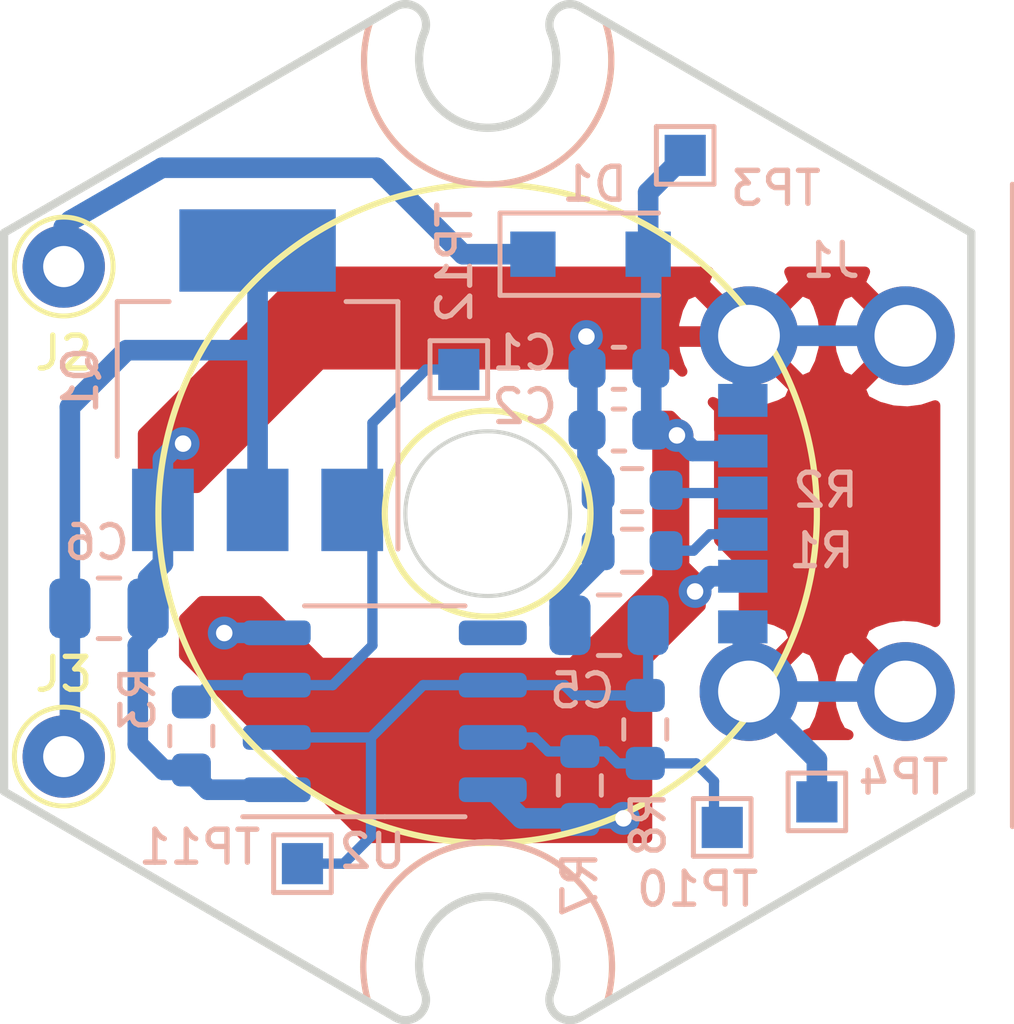
<source format=kicad_pcb>
(kicad_pcb (version 20171130) (host pcbnew "(5.1.10)-1")

  (general
    (thickness 1.6)
    (drawings 21)
    (tracks 119)
    (zones 0)
    (modules 20)
    (nets 10)
  )

  (page A4)
  (layers
    (0 F.Cu signal)
    (31 B.Cu signal)
    (32 B.Adhes user hide)
    (33 F.Adhes user hide)
    (34 B.Paste user hide)
    (35 F.Paste user hide)
    (36 B.SilkS user)
    (37 F.SilkS user hide)
    (38 B.Mask user hide)
    (39 F.Mask user hide)
    (40 Dwgs.User user hide)
    (41 Cmts.User user hide)
    (42 Eco1.User user hide)
    (43 Eco2.User user hide)
    (44 Edge.Cuts user)
    (45 Margin user hide)
    (46 B.CrtYd user)
    (47 F.CrtYd user hide)
    (48 B.Fab user hide)
    (49 F.Fab user hide)
  )

  (setup
    (last_trace_width 0.25)
    (trace_clearance 0.2)
    (zone_clearance 0.508)
    (zone_45_only no)
    (trace_min 0.2)
    (via_size 0.8)
    (via_drill 0.4)
    (via_min_size 0.4)
    (via_min_drill 0.3)
    (uvia_size 0.3)
    (uvia_drill 0.1)
    (uvias_allowed no)
    (uvia_min_size 0.2)
    (uvia_min_drill 0.1)
    (edge_width 0.05)
    (segment_width 0.2)
    (pcb_text_width 0.3)
    (pcb_text_size 1.5 1.5)
    (mod_edge_width 0.12)
    (mod_text_size 1 1)
    (mod_text_width 0.15)
    (pad_size 1.524 1.524)
    (pad_drill 0.762)
    (pad_to_mask_clearance 0)
    (aux_axis_origin 0 0)
    (visible_elements 7FFFFFFF)
    (pcbplotparams
      (layerselection 0x010fc_ffffffff)
      (usegerberextensions false)
      (usegerberattributes true)
      (usegerberadvancedattributes true)
      (creategerberjobfile true)
      (excludeedgelayer true)
      (linewidth 0.100000)
      (plotframeref false)
      (viasonmask false)
      (mode 1)
      (useauxorigin false)
      (hpglpennumber 1)
      (hpglpenspeed 20)
      (hpglpendiameter 15.000000)
      (psnegative false)
      (psa4output false)
      (plotreference true)
      (plotvalue true)
      (plotinvisibletext false)
      (padsonsilk false)
      (subtractmaskfromsilk false)
      (outputformat 1)
      (mirror false)
      (drillshape 0)
      (scaleselection 1)
      (outputdirectory "Gerbers/"))
  )

  (net 0 "")
  (net 1 GND)
  (net 2 VBUS)
  (net 3 VD)
  (net 4 "Net-(C5-Pad1)")
  (net 5 "Net-(C6-Pad1)")
  (net 6 "Net-(J1-PadB5)")
  (net 7 "Net-(J1-PadA5)")
  (net 8 "Net-(Q1-Pad1)")
  (net 9 "Net-(R7-Pad1)")

  (net_class Default "This is the default net class."
    (clearance 0.2)
    (trace_width 0.25)
    (via_dia 0.8)
    (via_drill 0.4)
    (uvia_dia 0.3)
    (uvia_drill 0.1)
    (add_net "Net-(C5-Pad1)")
    (add_net "Net-(J1-PadA5)")
    (add_net "Net-(J1-PadB5)")
    (add_net "Net-(Q1-Pad1)")
    (add_net "Net-(R7-Pad1)")
  )

  (net_class Power ""
    (clearance 0.2)
    (trace_width 0.5)
    (via_dia 0.8)
    (via_drill 0.4)
    (uvia_dia 0.3)
    (uvia_drill 0.1)
    (add_net GND)
    (add_net "Net-(C6-Pad1)")
    (add_net VBUS)
    (add_net VD)
  )

  (module Resistor_SMD:R_0603_1608Metric (layer B.Cu) (tedit 5F68FEEE) (tstamp 60AD6ED4)
    (at 153.83 105.24 270)
    (descr "Resistor SMD 0603 (1608 Metric), square (rectangular) end terminal, IPC_7351 nominal, (Body size source: IPC-SM-782 page 72, https://www.pcb-3d.com/wordpress/wp-content/uploads/ipc-sm-782a_amendment_1_and_2.pdf), generated with kicad-footprint-generator")
    (tags resistor)
    (path /60AF063A)
    (attr smd)
    (fp_text reference R8 (at 2.3 -0.07 90) (layer B.SilkS)
      (effects (font (size 0.8 0.8) (thickness 0.13)) (justify mirror))
    )
    (fp_text value "1k 1%" (at 0 -1.43 90) (layer B.Fab)
      (effects (font (size 0.8 0.8) (thickness 0.13)) (justify mirror))
    )
    (fp_line (start 1.48 -0.73) (end -1.48 -0.73) (layer B.CrtYd) (width 0.05))
    (fp_line (start 1.48 0.73) (end 1.48 -0.73) (layer B.CrtYd) (width 0.05))
    (fp_line (start -1.48 0.73) (end 1.48 0.73) (layer B.CrtYd) (width 0.05))
    (fp_line (start -1.48 -0.73) (end -1.48 0.73) (layer B.CrtYd) (width 0.05))
    (fp_line (start -0.237258 -0.5225) (end 0.237258 -0.5225) (layer B.SilkS) (width 0.12))
    (fp_line (start -0.237258 0.5225) (end 0.237258 0.5225) (layer B.SilkS) (width 0.12))
    (fp_line (start 0.8 -0.4125) (end -0.8 -0.4125) (layer B.Fab) (width 0.1))
    (fp_line (start 0.8 0.4125) (end 0.8 -0.4125) (layer B.Fab) (width 0.1))
    (fp_line (start -0.8 0.4125) (end 0.8 0.4125) (layer B.Fab) (width 0.1))
    (fp_line (start -0.8 -0.4125) (end -0.8 0.4125) (layer B.Fab) (width 0.1))
    (fp_text user %R (at 0 0 90) (layer B.Fab)
      (effects (font (size 0.8 0.8) (thickness 0.13)) (justify mirror))
    )
    (pad 2 smd roundrect (at 0.825 0 270) (size 0.8 0.95) (layers B.Cu B.Paste B.Mask) (roundrect_rratio 0.25)
      (net 9 "Net-(R7-Pad1)"))
    (pad 1 smd roundrect (at -0.825 0 270) (size 0.8 0.95) (layers B.Cu B.Paste B.Mask) (roundrect_rratio 0.25)
      (net 4 "Net-(C5-Pad1)"))
    (model ${KISYS3DMOD}/Resistor_SMD.3dshapes/R_0603_1608Metric.wrl
      (at (xyz 0 0 0))
      (scale (xyz 1 1 1))
      (rotate (xyz 0 0 0))
    )
  )

  (module TestPoint:TestPoint_Pad_1.0x1.0mm (layer B.Cu) (tedit 5A0F774F) (tstamp 615C1D79)
    (at 149.3 96.5)
    (descr "SMD rectangular pad as test Point, square 1.0mm side length")
    (tags "test point SMD pad rectangle square")
    (path /60B2DE42)
    (attr virtual)
    (fp_text reference TP12 (at -0.1 -2.6 90) (layer B.SilkS)
      (effects (font (size 0.8 0.8) (thickness 0.13)) (justify mirror))
    )
    (fp_text value TestPoint_Small (at 0 -1.55) (layer B.Fab)
      (effects (font (size 0.8 0.8) (thickness 0.13)) (justify mirror))
    )
    (fp_line (start 1 -1) (end -1 -1) (layer B.CrtYd) (width 0.05))
    (fp_line (start 1 -1) (end 1 1) (layer B.CrtYd) (width 0.05))
    (fp_line (start -1 1) (end -1 -1) (layer B.CrtYd) (width 0.05))
    (fp_line (start -1 1) (end 1 1) (layer B.CrtYd) (width 0.05))
    (fp_line (start -0.7 -0.7) (end -0.7 0.7) (layer B.SilkS) (width 0.12))
    (fp_line (start 0.7 -0.7) (end -0.7 -0.7) (layer B.SilkS) (width 0.12))
    (fp_line (start 0.7 0.7) (end 0.7 -0.7) (layer B.SilkS) (width 0.12))
    (fp_line (start -0.7 0.7) (end 0.7 0.7) (layer B.SilkS) (width 0.12))
    (fp_text user %R (at 0 1.45) (layer B.Fab)
      (effects (font (size 0.8 0.8) (thickness 0.13)) (justify mirror))
    )
    (pad 1 smd rect (at 0 0) (size 1 1) (layers B.Cu B.Mask)
      (net 8 "Net-(Q1-Pad1)"))
  )

  (module TestPoint:TestPoint_Pad_1.0x1.0mm (layer B.Cu) (tedit 5A0F774F) (tstamp 615C1D6B)
    (at 145.5 108.5)
    (descr "SMD rectangular pad as test Point, square 1.0mm side length")
    (tags "test point SMD pad rectangle square")
    (path /60CC8435)
    (attr virtual)
    (fp_text reference TP11 (at -2.5 -0.4 180) (layer B.SilkS)
      (effects (font (size 0.8 0.8) (thickness 0.13)) (justify mirror))
    )
    (fp_text value TestPoint_Small (at 0 -1.55) (layer B.Fab)
      (effects (font (size 0.8 0.8) (thickness 0.13)) (justify mirror))
    )
    (fp_line (start 1 -1) (end -1 -1) (layer B.CrtYd) (width 0.05))
    (fp_line (start 1 -1) (end 1 1) (layer B.CrtYd) (width 0.05))
    (fp_line (start -1 1) (end -1 -1) (layer B.CrtYd) (width 0.05))
    (fp_line (start -1 1) (end 1 1) (layer B.CrtYd) (width 0.05))
    (fp_line (start -0.7 -0.7) (end -0.7 0.7) (layer B.SilkS) (width 0.12))
    (fp_line (start 0.7 -0.7) (end -0.7 -0.7) (layer B.SilkS) (width 0.12))
    (fp_line (start 0.7 0.7) (end 0.7 -0.7) (layer B.SilkS) (width 0.12))
    (fp_line (start -0.7 0.7) (end 0.7 0.7) (layer B.SilkS) (width 0.12))
    (fp_text user %R (at 0 1.45) (layer B.Fab)
      (effects (font (size 0.8 0.8) (thickness 0.13)) (justify mirror))
    )
    (pad 1 smd rect (at 0 0) (size 1 1) (layers B.Cu B.Mask)
      (net 4 "Net-(C5-Pad1)"))
  )

  (module TestPoint:TestPoint_Pad_1.0x1.0mm (layer B.Cu) (tedit 5A0F774F) (tstamp 615C1D5D)
    (at 155.7 107.62)
    (descr "SMD rectangular pad as test Point, square 1.0mm side length")
    (tags "test point SMD pad rectangle square")
    (path /60CC7B8C)
    (attr virtual)
    (fp_text reference TP10 (at -0.6 1.5) (layer B.SilkS)
      (effects (font (size 0.8 0.8) (thickness 0.13)) (justify mirror))
    )
    (fp_text value TestPoint_Small (at 0 -1.55) (layer B.Fab)
      (effects (font (size 0.8 0.8) (thickness 0.13)) (justify mirror))
    )
    (fp_line (start 1 -1) (end -1 -1) (layer B.CrtYd) (width 0.05))
    (fp_line (start 1 -1) (end 1 1) (layer B.CrtYd) (width 0.05))
    (fp_line (start -1 1) (end -1 -1) (layer B.CrtYd) (width 0.05))
    (fp_line (start -1 1) (end 1 1) (layer B.CrtYd) (width 0.05))
    (fp_line (start -0.7 -0.7) (end -0.7 0.7) (layer B.SilkS) (width 0.12))
    (fp_line (start 0.7 -0.7) (end -0.7 -0.7) (layer B.SilkS) (width 0.12))
    (fp_line (start 0.7 0.7) (end 0.7 -0.7) (layer B.SilkS) (width 0.12))
    (fp_line (start -0.7 0.7) (end 0.7 0.7) (layer B.SilkS) (width 0.12))
    (fp_text user %R (at 0 1.45) (layer B.Fab)
      (effects (font (size 0.8 0.8) (thickness 0.13)) (justify mirror))
    )
    (pad 1 smd rect (at 0 0) (size 1 1) (layers B.Cu B.Mask)
      (net 9 "Net-(R7-Pad1)"))
  )

  (module TestPoint:TestPoint_Pad_1.0x1.0mm (layer B.Cu) (tedit 5A0F774F) (tstamp 615C1D4F)
    (at 158 107)
    (descr "SMD rectangular pad as test Point, square 1.0mm side length")
    (tags "test point SMD pad rectangle square")
    (path /60B27F6D)
    (attr virtual)
    (fp_text reference TP4 (at 2.1 -0.6) (layer B.SilkS)
      (effects (font (size 0.8 0.8) (thickness 0.13)) (justify mirror))
    )
    (fp_text value TestPoint_Small (at 0 -1.55) (layer B.Fab)
      (effects (font (size 0.8 0.8) (thickness 0.13)) (justify mirror))
    )
    (fp_line (start 1 -1) (end -1 -1) (layer B.CrtYd) (width 0.05))
    (fp_line (start 1 -1) (end 1 1) (layer B.CrtYd) (width 0.05))
    (fp_line (start -1 1) (end -1 -1) (layer B.CrtYd) (width 0.05))
    (fp_line (start -1 1) (end 1 1) (layer B.CrtYd) (width 0.05))
    (fp_line (start -0.7 -0.7) (end -0.7 0.7) (layer B.SilkS) (width 0.12))
    (fp_line (start 0.7 -0.7) (end -0.7 -0.7) (layer B.SilkS) (width 0.12))
    (fp_line (start 0.7 0.7) (end 0.7 -0.7) (layer B.SilkS) (width 0.12))
    (fp_line (start -0.7 0.7) (end 0.7 0.7) (layer B.SilkS) (width 0.12))
    (fp_text user %R (at 0 1.45) (layer B.Fab)
      (effects (font (size 0.8 0.8) (thickness 0.13)) (justify mirror))
    )
    (pad 1 smd rect (at 0 0) (size 1 1) (layers B.Cu B.Mask)
      (net 1 GND))
  )

  (module Package_SO:SOP-8_3.9x4.9mm_P1.27mm (layer B.Cu) (tedit 5D9F72B1) (tstamp 615C127A)
    (at 147.5 104.8)
    (descr "SOP, 8 Pin (http://www.macronix.com/Lists/Datasheet/Attachments/7534/MX25R3235F,%20Wide%20Range,%2032Mb,%20v1.6.pdf#page=79), generated with kicad-footprint-generator ipc_gullwing_generator.py")
    (tags "SOP SO")
    (path /60AD080A)
    (attr smd)
    (fp_text reference U2 (at -0.3 3.4) (layer B.SilkS)
      (effects (font (size 0.8 0.8) (thickness 0.13)) (justify mirror))
    )
    (fp_text value NE551D (at 0 -3.4) (layer B.Fab)
      (effects (font (size 0.8 0.8) (thickness 0.13)) (justify mirror))
    )
    (fp_line (start 3.7 2.7) (end -3.7 2.7) (layer B.CrtYd) (width 0.05))
    (fp_line (start 3.7 -2.7) (end 3.7 2.7) (layer B.CrtYd) (width 0.05))
    (fp_line (start -3.7 -2.7) (end 3.7 -2.7) (layer B.CrtYd) (width 0.05))
    (fp_line (start -3.7 2.7) (end -3.7 -2.7) (layer B.CrtYd) (width 0.05))
    (fp_line (start -1.95 1.475) (end -0.975 2.45) (layer B.Fab) (width 0.1))
    (fp_line (start -1.95 -2.45) (end -1.95 1.475) (layer B.Fab) (width 0.1))
    (fp_line (start 1.95 -2.45) (end -1.95 -2.45) (layer B.Fab) (width 0.1))
    (fp_line (start 1.95 2.45) (end 1.95 -2.45) (layer B.Fab) (width 0.1))
    (fp_line (start -0.975 2.45) (end 1.95 2.45) (layer B.Fab) (width 0.1))
    (fp_line (start 0 2.56) (end -3.45 2.56) (layer B.SilkS) (width 0.12))
    (fp_line (start 0 2.56) (end 1.95 2.56) (layer B.SilkS) (width 0.12))
    (fp_line (start 0 -2.56) (end -1.95 -2.56) (layer B.SilkS) (width 0.12))
    (fp_line (start 0 -2.56) (end 1.95 -2.56) (layer B.SilkS) (width 0.12))
    (fp_text user %R (at 0 0) (layer B.Fab)
      (effects (font (size 0.8 0.8) (thickness 0.13)) (justify mirror))
    )
    (pad 8 smd roundrect (at 2.625 1.905) (size 1.65 0.6) (layers B.Cu B.Paste B.Mask) (roundrect_rratio 0.25)
      (net 2 VBUS))
    (pad 7 smd roundrect (at 2.625 0.635) (size 1.65 0.6) (layers B.Cu B.Paste B.Mask) (roundrect_rratio 0.25)
      (net 9 "Net-(R7-Pad1)"))
    (pad 6 smd roundrect (at 2.625 -0.635) (size 1.65 0.6) (layers B.Cu B.Paste B.Mask) (roundrect_rratio 0.25)
      (net 4 "Net-(C5-Pad1)"))
    (pad 5 smd roundrect (at 2.625 -1.905) (size 1.65 0.6) (layers B.Cu B.Paste B.Mask) (roundrect_rratio 0.25))
    (pad 4 smd roundrect (at -2.625 -1.905) (size 1.65 0.6) (layers B.Cu B.Paste B.Mask) (roundrect_rratio 0.25)
      (net 2 VBUS))
    (pad 3 smd roundrect (at -2.625 -0.635) (size 1.65 0.6) (layers B.Cu B.Paste B.Mask) (roundrect_rratio 0.25)
      (net 8 "Net-(Q1-Pad1)"))
    (pad 2 smd roundrect (at -2.625 0.635) (size 1.65 0.6) (layers B.Cu B.Paste B.Mask) (roundrect_rratio 0.25)
      (net 4 "Net-(C5-Pad1)"))
    (pad 1 smd roundrect (at -2.625 1.905) (size 1.65 0.6) (layers B.Cu B.Paste B.Mask) (roundrect_rratio 0.25)
      (net 1 GND))
    (model ${KISYS3DMOD}/Package_SO.3dshapes/SOP-8_3.9x4.9mm_P1.27mm.wrl
      (at (xyz 0 0 0))
      (scale (xyz 1 1 1))
      (rotate (xyz 0 0 0))
    )
  )

  (module Resistor_SMD:R_0603_1608Metric (layer B.Cu) (tedit 5F68FEEE) (tstamp 60AD6EC3)
    (at 152.24 106.6 270)
    (descr "Resistor SMD 0603 (1608 Metric), square (rectangular) end terminal, IPC_7351 nominal, (Body size source: IPC-SM-782 page 72, https://www.pcb-3d.com/wordpress/wp-content/uploads/ipc-sm-782a_amendment_1_and_2.pdf), generated with kicad-footprint-generator")
    (tags resistor)
    (path /60AEF9E1)
    (attr smd)
    (fp_text reference R7 (at 2.4 0 90) (layer B.SilkS)
      (effects (font (size 0.8 0.8) (thickness 0.13)) (justify mirror))
    )
    (fp_text value "1k 1%" (at 0 -1.43 90) (layer B.Fab)
      (effects (font (size 0.8 0.8) (thickness 0.13)) (justify mirror))
    )
    (fp_line (start 1.48 -0.73) (end -1.48 -0.73) (layer B.CrtYd) (width 0.05))
    (fp_line (start 1.48 0.73) (end 1.48 -0.73) (layer B.CrtYd) (width 0.05))
    (fp_line (start -1.48 0.73) (end 1.48 0.73) (layer B.CrtYd) (width 0.05))
    (fp_line (start -1.48 -0.73) (end -1.48 0.73) (layer B.CrtYd) (width 0.05))
    (fp_line (start -0.237258 -0.5225) (end 0.237258 -0.5225) (layer B.SilkS) (width 0.12))
    (fp_line (start -0.237258 0.5225) (end 0.237258 0.5225) (layer B.SilkS) (width 0.12))
    (fp_line (start 0.8 -0.4125) (end -0.8 -0.4125) (layer B.Fab) (width 0.1))
    (fp_line (start 0.8 0.4125) (end 0.8 -0.4125) (layer B.Fab) (width 0.1))
    (fp_line (start -0.8 0.4125) (end 0.8 0.4125) (layer B.Fab) (width 0.1))
    (fp_line (start -0.8 -0.4125) (end -0.8 0.4125) (layer B.Fab) (width 0.1))
    (fp_text user %R (at 0 0 90) (layer B.Fab)
      (effects (font (size 0.8 0.8) (thickness 0.13)) (justify mirror))
    )
    (pad 2 smd roundrect (at 0.825 0 270) (size 0.8 0.95) (layers B.Cu B.Paste B.Mask) (roundrect_rratio 0.25)
      (net 2 VBUS))
    (pad 1 smd roundrect (at -0.825 0 270) (size 0.8 0.95) (layers B.Cu B.Paste B.Mask) (roundrect_rratio 0.25)
      (net 9 "Net-(R7-Pad1)"))
    (model ${KISYS3DMOD}/Resistor_SMD.3dshapes/R_0603_1608Metric.wrl
      (at (xyz 0 0 0))
      (scale (xyz 1 1 1))
      (rotate (xyz 0 0 0))
    )
  )

  (module Resistor_SMD:R_0603_1608Metric (layer B.Cu) (tedit 5F68FEEE) (tstamp 60B36AD0)
    (at 142.8 105.4 90)
    (descr "Resistor SMD 0603 (1608 Metric), square (rectangular) end terminal, IPC_7351 nominal, (Body size source: IPC-SM-782 page 72, https://www.pcb-3d.com/wordpress/wp-content/uploads/ipc-sm-782a_amendment_1_and_2.pdf), generated with kicad-footprint-generator")
    (tags resistor)
    (path /615B6D73)
    (attr smd)
    (fp_text reference R3 (at 0.9 -1.3 90) (layer B.SilkS)
      (effects (font (size 0.8 0.8) (thickness 0.13)) (justify mirror))
    )
    (fp_text value "1M 5%" (at 0 -1.43 90) (layer B.Fab)
      (effects (font (size 0.8 0.8) (thickness 0.13)) (justify mirror))
    )
    (fp_line (start 1.48 -0.73) (end -1.48 -0.73) (layer B.CrtYd) (width 0.05))
    (fp_line (start 1.48 0.73) (end 1.48 -0.73) (layer B.CrtYd) (width 0.05))
    (fp_line (start -1.48 0.73) (end 1.48 0.73) (layer B.CrtYd) (width 0.05))
    (fp_line (start -1.48 -0.73) (end -1.48 0.73) (layer B.CrtYd) (width 0.05))
    (fp_line (start -0.237258 -0.5225) (end 0.237258 -0.5225) (layer B.SilkS) (width 0.12))
    (fp_line (start -0.237258 0.5225) (end 0.237258 0.5225) (layer B.SilkS) (width 0.12))
    (fp_line (start 0.8 -0.4125) (end -0.8 -0.4125) (layer B.Fab) (width 0.1))
    (fp_line (start 0.8 0.4125) (end 0.8 -0.4125) (layer B.Fab) (width 0.1))
    (fp_line (start -0.8 0.4125) (end 0.8 0.4125) (layer B.Fab) (width 0.1))
    (fp_line (start -0.8 -0.4125) (end -0.8 0.4125) (layer B.Fab) (width 0.1))
    (fp_text user %R (at 0 0 90) (layer B.Fab)
      (effects (font (size 0.8 0.8) (thickness 0.13)) (justify mirror))
    )
    (pad 2 smd roundrect (at 0.825 0 90) (size 0.8 0.95) (layers B.Cu B.Paste B.Mask) (roundrect_rratio 0.25)
      (net 8 "Net-(Q1-Pad1)"))
    (pad 1 smd roundrect (at -0.825 0 90) (size 0.8 0.95) (layers B.Cu B.Paste B.Mask) (roundrect_rratio 0.25)
      (net 1 GND))
    (model ${KISYS3DMOD}/Resistor_SMD.3dshapes/R_0603_1608Metric.wrl
      (at (xyz 0 0 0))
      (scale (xyz 1 1 1))
      (rotate (xyz 0 0 0))
    )
  )

  (module Resistor_SMD:R_0603_1608Metric (layer B.Cu) (tedit 5F68FEEE) (tstamp 60AD6E6E)
    (at 153.51 99.43)
    (descr "Resistor SMD 0603 (1608 Metric), square (rectangular) end terminal, IPC_7351 nominal, (Body size source: IPC-SM-782 page 72, https://www.pcb-3d.com/wordpress/wp-content/uploads/ipc-sm-782a_amendment_1_and_2.pdf), generated with kicad-footprint-generator")
    (tags resistor)
    (path /607C452F)
    (attr smd)
    (fp_text reference R2 (at 4.7 0) (layer B.SilkS)
      (effects (font (size 0.8 0.8) (thickness 0.13)) (justify mirror))
    )
    (fp_text value "5.1k 1%" (at 0 -1.43) (layer B.Fab)
      (effects (font (size 0.8 0.8) (thickness 0.13)) (justify mirror))
    )
    (fp_line (start 1.48 -0.73) (end -1.48 -0.73) (layer B.CrtYd) (width 0.05))
    (fp_line (start 1.48 0.73) (end 1.48 -0.73) (layer B.CrtYd) (width 0.05))
    (fp_line (start -1.48 0.73) (end 1.48 0.73) (layer B.CrtYd) (width 0.05))
    (fp_line (start -1.48 -0.73) (end -1.48 0.73) (layer B.CrtYd) (width 0.05))
    (fp_line (start -0.237258 -0.5225) (end 0.237258 -0.5225) (layer B.SilkS) (width 0.12))
    (fp_line (start -0.237258 0.5225) (end 0.237258 0.5225) (layer B.SilkS) (width 0.12))
    (fp_line (start 0.8 -0.4125) (end -0.8 -0.4125) (layer B.Fab) (width 0.1))
    (fp_line (start 0.8 0.4125) (end 0.8 -0.4125) (layer B.Fab) (width 0.1))
    (fp_line (start -0.8 0.4125) (end 0.8 0.4125) (layer B.Fab) (width 0.1))
    (fp_line (start -0.8 -0.4125) (end -0.8 0.4125) (layer B.Fab) (width 0.1))
    (fp_text user %R (at 0 0) (layer B.Fab)
      (effects (font (size 0.8 0.8) (thickness 0.13)) (justify mirror))
    )
    (pad 2 smd roundrect (at 0.825 0) (size 0.8 0.95) (layers B.Cu B.Paste B.Mask) (roundrect_rratio 0.25)
      (net 7 "Net-(J1-PadA5)"))
    (pad 1 smd roundrect (at -0.825 0) (size 0.8 0.95) (layers B.Cu B.Paste B.Mask) (roundrect_rratio 0.25)
      (net 1 GND))
    (model ${KISYS3DMOD}/Resistor_SMD.3dshapes/R_0603_1608Metric.wrl
      (at (xyz 0 0 0))
      (scale (xyz 1 1 1))
      (rotate (xyz 0 0 0))
    )
  )

  (module Resistor_SMD:R_0603_1608Metric (layer B.Cu) (tedit 5F68FEEE) (tstamp 615C2502)
    (at 153.51 100.9)
    (descr "Resistor SMD 0603 (1608 Metric), square (rectangular) end terminal, IPC_7351 nominal, (Body size source: IPC-SM-782 page 72, https://www.pcb-3d.com/wordpress/wp-content/uploads/ipc-sm-782a_amendment_1_and_2.pdf), generated with kicad-footprint-generator")
    (tags resistor)
    (path /607C3927)
    (attr smd)
    (fp_text reference R1 (at 4.6 0 180) (layer B.SilkS)
      (effects (font (size 0.8 0.8) (thickness 0.13)) (justify mirror))
    )
    (fp_text value "5.1k 1%" (at 0 -1.43) (layer B.Fab)
      (effects (font (size 0.8 0.8) (thickness 0.13)) (justify mirror))
    )
    (fp_line (start 1.48 -0.73) (end -1.48 -0.73) (layer B.CrtYd) (width 0.05))
    (fp_line (start 1.48 0.73) (end 1.48 -0.73) (layer B.CrtYd) (width 0.05))
    (fp_line (start -1.48 0.73) (end 1.48 0.73) (layer B.CrtYd) (width 0.05))
    (fp_line (start -1.48 -0.73) (end -1.48 0.73) (layer B.CrtYd) (width 0.05))
    (fp_line (start -0.237258 -0.5225) (end 0.237258 -0.5225) (layer B.SilkS) (width 0.12))
    (fp_line (start -0.237258 0.5225) (end 0.237258 0.5225) (layer B.SilkS) (width 0.12))
    (fp_line (start 0.8 -0.4125) (end -0.8 -0.4125) (layer B.Fab) (width 0.1))
    (fp_line (start 0.8 0.4125) (end 0.8 -0.4125) (layer B.Fab) (width 0.1))
    (fp_line (start -0.8 0.4125) (end 0.8 0.4125) (layer B.Fab) (width 0.1))
    (fp_line (start -0.8 -0.4125) (end -0.8 0.4125) (layer B.Fab) (width 0.1))
    (fp_text user %R (at 0 0) (layer B.Fab)
      (effects (font (size 0.8 0.8) (thickness 0.13)) (justify mirror))
    )
    (pad 2 smd roundrect (at 0.825 0) (size 0.8 0.95) (layers B.Cu B.Paste B.Mask) (roundrect_rratio 0.25)
      (net 6 "Net-(J1-PadB5)"))
    (pad 1 smd roundrect (at -0.825 0) (size 0.8 0.95) (layers B.Cu B.Paste B.Mask) (roundrect_rratio 0.25)
      (net 1 GND))
    (model ${KISYS3DMOD}/Resistor_SMD.3dshapes/R_0603_1608Metric.wrl
      (at (xyz 0 0 0))
      (scale (xyz 1 1 1))
      (rotate (xyz 0 0 0))
    )
  )

  (module Package_TO_SOT_SMD:SOT-223 (layer B.Cu) (tedit 5A02FF57) (tstamp 60AD6E4C)
    (at 144.41 96.76 90)
    (descr "module CMS SOT223 4 pins")
    (tags "CMS SOT")
    (path /615C1A23)
    (attr smd)
    (fp_text reference Q1 (at 0 -4.3 90) (layer B.SilkS)
      (effects (font (size 0.8 0.8) (thickness 0.13)) (justify mirror))
    )
    (fp_text value Q_NMOS_GDS_SOT-223 (at 0 -4.5 90) (layer B.Fab)
      (effects (font (size 0.8 0.8) (thickness 0.13)) (justify mirror))
    )
    (fp_line (start 1.85 3.35) (end 1.85 -3.35) (layer B.Fab) (width 0.1))
    (fp_line (start -1.85 -3.35) (end 1.85 -3.35) (layer B.Fab) (width 0.1))
    (fp_line (start -4.1 3.41) (end 1.91 3.41) (layer B.SilkS) (width 0.12))
    (fp_line (start -0.8 3.35) (end 1.85 3.35) (layer B.Fab) (width 0.1))
    (fp_line (start -1.85 -3.41) (end 1.91 -3.41) (layer B.SilkS) (width 0.12))
    (fp_line (start -1.85 2.3) (end -1.85 -3.35) (layer B.Fab) (width 0.1))
    (fp_line (start -4.4 3.6) (end -4.4 -3.6) (layer B.CrtYd) (width 0.05))
    (fp_line (start -4.4 -3.6) (end 4.4 -3.6) (layer B.CrtYd) (width 0.05))
    (fp_line (start 4.4 -3.6) (end 4.4 3.6) (layer B.CrtYd) (width 0.05))
    (fp_line (start 4.4 3.6) (end -4.4 3.6) (layer B.CrtYd) (width 0.05))
    (fp_line (start 1.91 3.41) (end 1.91 2.15) (layer B.SilkS) (width 0.12))
    (fp_line (start 1.91 -3.41) (end 1.91 -2.15) (layer B.SilkS) (width 0.12))
    (fp_line (start -1.85 2.3) (end -0.8 3.35) (layer B.Fab) (width 0.1))
    (fp_text user %R (at 0 0 180) (layer B.Fab)
      (effects (font (size 0.8 0.8) (thickness 0.13)) (justify mirror))
    )
    (pad 1 smd rect (at -3.15 2.3 90) (size 2 1.5) (layers B.Cu B.Paste B.Mask)
      (net 8 "Net-(Q1-Pad1)"))
    (pad 3 smd rect (at -3.15 -2.3 90) (size 2 1.5) (layers B.Cu B.Paste B.Mask)
      (net 1 GND))
    (pad 2 smd rect (at -3.15 0 90) (size 2 1.5) (layers B.Cu B.Paste B.Mask)
      (net 5 "Net-(C6-Pad1)"))
    (pad 4 smd rect (at 3.15 0 90) (size 2 3.8) (layers B.Cu B.Paste B.Mask)
      (net 5 "Net-(C6-Pad1)"))
    (model ${KISYS3DMOD}/Package_TO_SOT_SMD.3dshapes/SOT-223.wrl
      (at (xyz 0 0 0))
      (scale (xyz 1 1 1))
      (rotate (xyz 0 0 0))
    )
  )

  (module Diode_SMD:D_SOD-123F (layer B.Cu) (tedit 587F7769) (tstamp 60B2AAFF)
    (at 152.5 93.7)
    (descr D_SOD-123F)
    (tags D_SOD-123F)
    (path /615B4F8A)
    (attr smd)
    (fp_text reference D1 (at 0.1 -1.7) (layer B.SilkS)
      (effects (font (size 0.8 0.8) (thickness 0.13)) (justify mirror))
    )
    (fp_text value "D 100V" (at 0 -2.1) (layer B.Fab)
      (effects (font (size 0.8 0.8) (thickness 0.13)) (justify mirror))
    )
    (fp_line (start -2.2 1) (end 1.65 1) (layer B.SilkS) (width 0.12))
    (fp_line (start -2.2 -1) (end 1.65 -1) (layer B.SilkS) (width 0.12))
    (fp_line (start -2.2 1.15) (end -2.2 -1.15) (layer B.CrtYd) (width 0.05))
    (fp_line (start 2.2 -1.15) (end -2.2 -1.15) (layer B.CrtYd) (width 0.05))
    (fp_line (start 2.2 1.15) (end 2.2 -1.15) (layer B.CrtYd) (width 0.05))
    (fp_line (start -2.2 1.15) (end 2.2 1.15) (layer B.CrtYd) (width 0.05))
    (fp_line (start -1.4 0.9) (end 1.4 0.9) (layer B.Fab) (width 0.1))
    (fp_line (start 1.4 0.9) (end 1.4 -0.9) (layer B.Fab) (width 0.1))
    (fp_line (start 1.4 -0.9) (end -1.4 -0.9) (layer B.Fab) (width 0.1))
    (fp_line (start -1.4 -0.9) (end -1.4 0.9) (layer B.Fab) (width 0.1))
    (fp_line (start -0.75 0) (end -0.35 0) (layer B.Fab) (width 0.1))
    (fp_line (start -0.35 0) (end -0.35 0.55) (layer B.Fab) (width 0.1))
    (fp_line (start -0.35 0) (end -0.35 -0.55) (layer B.Fab) (width 0.1))
    (fp_line (start -0.35 0) (end 0.25 0.4) (layer B.Fab) (width 0.1))
    (fp_line (start 0.25 0.4) (end 0.25 -0.4) (layer B.Fab) (width 0.1))
    (fp_line (start 0.25 -0.4) (end -0.35 0) (layer B.Fab) (width 0.1))
    (fp_line (start 0.25 0) (end 0.75 0) (layer B.Fab) (width 0.1))
    (fp_line (start -2.2 1) (end -2.2 -1) (layer B.SilkS) (width 0.12))
    (fp_text user %R (at -0.127 1.905) (layer B.Fab)
      (effects (font (size 0.8 0.8) (thickness 0.13)) (justify mirror))
    )
    (pad 2 smd rect (at 1.4 0) (size 1.1 1.1) (layers B.Cu B.Paste B.Mask)
      (net 2 VBUS))
    (pad 1 smd rect (at -1.4 0) (size 1.1 1.1) (layers B.Cu B.Paste B.Mask)
      (net 3 VD))
    (model ${KISYS3DMOD}/Diode_SMD.3dshapes/D_SOD-123F.wrl
      (at (xyz 0 0 0))
      (scale (xyz 1 1 1))
      (rotate (xyz 0 0 0))
    )
  )

  (module Capacitor_SMD:C_0805_2012Metric (layer B.Cu) (tedit 5F68FEEE) (tstamp 60AD6DBB)
    (at 140.8 102.3)
    (descr "Capacitor SMD 0805 (2012 Metric), square (rectangular) end terminal, IPC_7351 nominal, (Body size source: IPC-SM-782 page 76, https://www.pcb-3d.com/wordpress/wp-content/uploads/ipc-sm-782a_amendment_1_and_2.pdf, https://docs.google.com/spreadsheets/d/1BsfQQcO9C6DZCsRaXUlFlo91Tg2WpOkGARC1WS5S8t0/edit?usp=sharing), generated with kicad-footprint-generator")
    (tags capacitor)
    (path /607B9B06)
    (attr smd)
    (fp_text reference C6 (at -0.3 -1.6) (layer B.SilkS)
      (effects (font (size 0.8 0.8) (thickness 0.13)) (justify mirror))
    )
    (fp_text value "500pF 50V" (at 0 -1.68) (layer B.Fab)
      (effects (font (size 0.8 0.8) (thickness 0.13)) (justify mirror))
    )
    (fp_line (start 1.7 -0.98) (end -1.7 -0.98) (layer B.CrtYd) (width 0.05))
    (fp_line (start 1.7 0.98) (end 1.7 -0.98) (layer B.CrtYd) (width 0.05))
    (fp_line (start -1.7 0.98) (end 1.7 0.98) (layer B.CrtYd) (width 0.05))
    (fp_line (start -1.7 -0.98) (end -1.7 0.98) (layer B.CrtYd) (width 0.05))
    (fp_line (start -0.261252 -0.735) (end 0.261252 -0.735) (layer B.SilkS) (width 0.12))
    (fp_line (start -0.261252 0.735) (end 0.261252 0.735) (layer B.SilkS) (width 0.12))
    (fp_line (start 1 -0.625) (end -1 -0.625) (layer B.Fab) (width 0.1))
    (fp_line (start 1 0.625) (end 1 -0.625) (layer B.Fab) (width 0.1))
    (fp_line (start -1 0.625) (end 1 0.625) (layer B.Fab) (width 0.1))
    (fp_line (start -1 -0.625) (end -1 0.625) (layer B.Fab) (width 0.1))
    (fp_text user %R (at 0 0) (layer B.Fab)
      (effects (font (size 0.8 0.8) (thickness 0.13)) (justify mirror))
    )
    (pad 2 smd roundrect (at 0.95 0) (size 1 1.45) (layers B.Cu B.Paste B.Mask) (roundrect_rratio 0.25)
      (net 1 GND))
    (pad 1 smd roundrect (at -0.95 0) (size 1 1.45) (layers B.Cu B.Paste B.Mask) (roundrect_rratio 0.25)
      (net 5 "Net-(C6-Pad1)"))
    (model ${KISYS3DMOD}/Capacitor_SMD.3dshapes/C_0805_2012Metric.wrl
      (at (xyz 0 0 0))
      (scale (xyz 1 1 1))
      (rotate (xyz 0 0 0))
    )
  )

  (module Capacitor_SMD:C_0805_2012Metric (layer B.Cu) (tedit 5F68FEEE) (tstamp 60AD6DAA)
    (at 152.95 102.71 180)
    (descr "Capacitor SMD 0805 (2012 Metric), square (rectangular) end terminal, IPC_7351 nominal, (Body size source: IPC-SM-782 page 76, https://www.pcb-3d.com/wordpress/wp-content/uploads/ipc-sm-782a_amendment_1_and_2.pdf, https://docs.google.com/spreadsheets/d/1BsfQQcO9C6DZCsRaXUlFlo91Tg2WpOkGARC1WS5S8t0/edit?usp=sharing), generated with kicad-footprint-generator")
    (tags capacitor)
    (path /60AF0ABE)
    (attr smd)
    (fp_text reference C5 (at 0.65 -1.59) (layer B.SilkS)
      (effects (font (size 0.8 0.8) (thickness 0.13)) (justify mirror))
    )
    (fp_text value "500pF 50V" (at 0 -1.68) (layer B.Fab)
      (effects (font (size 0.8 0.8) (thickness 0.13)) (justify mirror))
    )
    (fp_line (start 1.7 -0.98) (end -1.7 -0.98) (layer B.CrtYd) (width 0.05))
    (fp_line (start 1.7 0.98) (end 1.7 -0.98) (layer B.CrtYd) (width 0.05))
    (fp_line (start -1.7 0.98) (end 1.7 0.98) (layer B.CrtYd) (width 0.05))
    (fp_line (start -1.7 -0.98) (end -1.7 0.98) (layer B.CrtYd) (width 0.05))
    (fp_line (start -0.261252 -0.735) (end 0.261252 -0.735) (layer B.SilkS) (width 0.12))
    (fp_line (start -0.261252 0.735) (end 0.261252 0.735) (layer B.SilkS) (width 0.12))
    (fp_line (start 1 -0.625) (end -1 -0.625) (layer B.Fab) (width 0.1))
    (fp_line (start 1 0.625) (end 1 -0.625) (layer B.Fab) (width 0.1))
    (fp_line (start -1 0.625) (end 1 0.625) (layer B.Fab) (width 0.1))
    (fp_line (start -1 -0.625) (end -1 0.625) (layer B.Fab) (width 0.1))
    (fp_text user %R (at 0 0) (layer B.Fab)
      (effects (font (size 0.8 0.8) (thickness 0.13)) (justify mirror))
    )
    (pad 2 smd roundrect (at 0.95 0 180) (size 1 1.45) (layers B.Cu B.Paste B.Mask) (roundrect_rratio 0.25)
      (net 1 GND))
    (pad 1 smd roundrect (at -0.95 0 180) (size 1 1.45) (layers B.Cu B.Paste B.Mask) (roundrect_rratio 0.25)
      (net 4 "Net-(C5-Pad1)"))
    (model ${KISYS3DMOD}/Capacitor_SMD.3dshapes/C_0805_2012Metric.wrl
      (at (xyz 0 0 0))
      (scale (xyz 1 1 1))
      (rotate (xyz 0 0 0))
    )
  )

  (module Capacitor_SMD:C_0603_1608Metric (layer B.Cu) (tedit 5F68FEEE) (tstamp 60B36C46)
    (at 153.19 96.47 180)
    (descr "Capacitor SMD 0603 (1608 Metric), square (rectangular) end terminal, IPC_7351 nominal, (Body size source: IPC-SM-782 page 76, https://www.pcb-3d.com/wordpress/wp-content/uploads/ipc-sm-782a_amendment_1_and_2.pdf), generated with kicad-footprint-generator")
    (tags capacitor)
    (path /607BE7AF)
    (attr smd)
    (fp_text reference C1 (at 2.29 0.37) (layer B.SilkS)
      (effects (font (size 0.8 0.8) (thickness 0.13)) (justify mirror))
    )
    (fp_text value "0.1uF 6.3V" (at 0 -1.43) (layer B.Fab)
      (effects (font (size 0.8 0.8) (thickness 0.13)) (justify mirror))
    )
    (fp_line (start 1.48 -0.73) (end -1.48 -0.73) (layer B.CrtYd) (width 0.05))
    (fp_line (start 1.48 0.73) (end 1.48 -0.73) (layer B.CrtYd) (width 0.05))
    (fp_line (start -1.48 0.73) (end 1.48 0.73) (layer B.CrtYd) (width 0.05))
    (fp_line (start -1.48 -0.73) (end -1.48 0.73) (layer B.CrtYd) (width 0.05))
    (fp_line (start -0.14058 -0.51) (end 0.14058 -0.51) (layer B.SilkS) (width 0.12))
    (fp_line (start -0.14058 0.51) (end 0.14058 0.51) (layer B.SilkS) (width 0.12))
    (fp_line (start 0.8 -0.4) (end -0.8 -0.4) (layer B.Fab) (width 0.1))
    (fp_line (start 0.8 0.4) (end 0.8 -0.4) (layer B.Fab) (width 0.1))
    (fp_line (start -0.8 0.4) (end 0.8 0.4) (layer B.Fab) (width 0.1))
    (fp_line (start -0.8 -0.4) (end -0.8 0.4) (layer B.Fab) (width 0.1))
    (fp_text user %R (at 0 0) (layer B.Fab)
      (effects (font (size 0.8 0.8) (thickness 0.13)) (justify mirror))
    )
    (pad 2 smd roundrect (at 0.775 0 180) (size 0.9 0.95) (layers B.Cu B.Paste B.Mask) (roundrect_rratio 0.25)
      (net 1 GND))
    (pad 1 smd roundrect (at -0.775 0 180) (size 0.9 0.95) (layers B.Cu B.Paste B.Mask) (roundrect_rratio 0.25)
      (net 2 VBUS))
    (model ${KISYS3DMOD}/Capacitor_SMD.3dshapes/C_0603_1608Metric.wrl
      (at (xyz 0 0 0))
      (scale (xyz 1 1 1))
      (rotate (xyz 0 0 0))
    )
  )

  (module TestPoint:TestPoint_THTPad_D2.0mm_Drill1.0mm (layer F.Cu) (tedit 5A0F774F) (tstamp 60AD6E09)
    (at 139.7 105.9)
    (descr "THT pad as test Point, diameter 2.0mm, hole diameter 1.0mm")
    (tags "test point THT pad")
    (path /60827952)
    (attr virtual)
    (fp_text reference J3 (at 0 -1.998) (layer F.SilkS)
      (effects (font (size 0.8 0.8) (thickness 0.13)))
    )
    (fp_text value "Coil B" (at 0 2.05) (layer F.Fab)
      (effects (font (size 0.8 0.8) (thickness 0.13)))
    )
    (fp_circle (center 0 0) (end 1.5 0) (layer F.CrtYd) (width 0.05))
    (fp_circle (center 0 0) (end 0 1.2) (layer F.SilkS) (width 0.12))
    (fp_text user %R (at 0 -2) (layer F.Fab)
      (effects (font (size 0.8 0.8) (thickness 0.13)))
    )
    (pad 1 thru_hole circle (at 0 0) (size 2 2) (drill 1) (layers *.Cu *.Mask)
      (net 5 "Net-(C6-Pad1)"))
  )

  (module TestPoint:TestPoint_THTPad_D2.0mm_Drill1.0mm (layer F.Cu) (tedit 5A0F774F) (tstamp 60AD6DF6)
    (at 139.7 94)
    (descr "THT pad as test Point, diameter 2.0mm, hole diameter 1.0mm")
    (tags "test point THT pad")
    (path /60827086)
    (attr virtual)
    (fp_text reference J2 (at 0 2.1) (layer F.SilkS)
      (effects (font (size 0.8 0.8) (thickness 0.13)))
    )
    (fp_text value "Coil A" (at 0 2.05) (layer F.Fab)
      (effects (font (size 0.8 0.8) (thickness 0.13)))
    )
    (fp_circle (center 0 0) (end 1.5 0) (layer F.CrtYd) (width 0.05))
    (fp_circle (center 0 0) (end 0 1.2) (layer F.SilkS) (width 0.12))
    (fp_text user %R (at 0 -2) (layer F.Fab)
      (effects (font (size 0.8 0.8) (thickness 0.13)))
    )
    (pad 1 thru_hole circle (at 0 0) (size 2 2) (drill 1) (layers *.Cu *.Mask)
      (net 3 VD))
  )

  (module Pixels-dice:USB-C-SMD_10P-P1.00-L6.8-W8.9 (layer B.Cu) (tedit 60B2E6CA) (tstamp 60B35B9D)
    (at 158.35 100)
    (path /607B35F9)
    (attr smd)
    (fp_text reference J1 (at 0 -6.15) (layer B.SilkS)
      (effects (font (size 0.8 0.8) (thickness 0.13)) (justify mirror))
    )
    (fp_text value USB_C_Receptacle_USB2.0 (at 0.1 7) (layer B.Fab)
      (effects (font (size 0.8 0.8) (thickness 0.13)) (justify mirror))
    )
    (fp_line (start 4.4 -8) (end 4.4 7.6) (layer B.SilkS) (width 0.12))
    (pad S1 thru_hole circle (at -2 4.32 270) (size 2.4 2.4) (drill 1.5) (layers *.Cu *.Mask)
      (net 1 GND))
    (pad S1 thru_hole circle (at -2 -4.32 270) (size 2.4 2.4) (drill 1.5) (layers *.Cu *.Mask)
      (net 1 GND))
    (pad S1 thru_hole circle (at 1.8 4.32 270) (size 2.4 2.4) (drill 1.5) (layers *.Cu *.Mask)
      (net 1 GND))
    (pad S1 thru_hole circle (at 1.8 -4.32 270) (size 2.4 2.4) (drill 1.5) (layers *.Cu *.Mask)
      (net 1 GND))
    (pad A12 smd rect (at -2.15 2.75 270) (size 0.8 1.2) (layers B.Cu B.Paste B.Mask)
      (net 1 GND))
    (pad A9 smd rect (at -2.15 1.52 270) (size 0.8 1.2) (layers B.Cu B.Paste B.Mask)
      (net 2 VBUS))
    (pad B5 smd rect (at -2.15 0.5 270) (size 0.8 1.2) (layers B.Cu B.Paste B.Mask)
      (net 6 "Net-(J1-PadB5)"))
    (pad A5 smd rect (at -2.15 -0.5 270) (size 0.8 1.2) (layers B.Cu B.Paste B.Mask)
      (net 7 "Net-(J1-PadA5)"))
    (pad B9 smd rect (at -2.15 -1.52 270) (size 0.8 1.2) (layers B.Cu B.Paste B.Mask)
      (net 2 VBUS))
    (pad B12 smd rect (at -2.15 -2.75 270) (size 0.8 1.2) (layers B.Cu B.Paste B.Mask)
      (net 1 GND))
    (model "C:/Projects/Pixels-dice/Electrical/Footprints/Step Files/TYPE-C-31-M-17.step"
      (offset (xyz 4.7 -4.5 0))
      (scale (xyz 1 1 1))
      (rotate (xyz 0 0 -90))
    )
  )

  (module TestPoint:TestPoint_Pad_1.0x1.0mm (layer B.Cu) (tedit 5A0F774F) (tstamp 60B34CA1)
    (at 154.8 91.3)
    (descr "SMD rectangular pad as test Point, square 1.0mm side length")
    (tags "test point SMD pad rectangle square")
    (path /60B26E3D)
    (attr virtual)
    (fp_text reference TP3 (at 2.2 0.8 180) (layer B.SilkS)
      (effects (font (size 0.8 0.8) (thickness 0.13)) (justify mirror))
    )
    (fp_text value TestPoint_Small (at 0 -1.55) (layer B.Fab)
      (effects (font (size 0.8 0.8) (thickness 0.13)) (justify mirror))
    )
    (fp_line (start -0.7 0.7) (end 0.7 0.7) (layer B.SilkS) (width 0.12))
    (fp_line (start 0.7 0.7) (end 0.7 -0.7) (layer B.SilkS) (width 0.12))
    (fp_line (start 0.7 -0.7) (end -0.7 -0.7) (layer B.SilkS) (width 0.12))
    (fp_line (start -0.7 -0.7) (end -0.7 0.7) (layer B.SilkS) (width 0.12))
    (fp_line (start -1 1) (end 1 1) (layer B.CrtYd) (width 0.05))
    (fp_line (start -1 1) (end -1 -1) (layer B.CrtYd) (width 0.05))
    (fp_line (start 1 -1) (end 1 1) (layer B.CrtYd) (width 0.05))
    (fp_line (start 1 -1) (end -1 -1) (layer B.CrtYd) (width 0.05))
    (fp_text user %R (at 0 1.45) (layer B.Fab)
      (effects (font (size 0.8 0.8) (thickness 0.13)) (justify mirror))
    )
    (pad 1 smd rect (at 0 0) (size 1 1) (layers B.Cu B.Mask)
      (net 2 VBUS))
  )

  (module Capacitor_SMD:C_0603_1608Metric (layer B.Cu) (tedit 5F68FEEE) (tstamp 60AD6D77)
    (at 153.19 97.97 180)
    (descr "Capacitor SMD 0603 (1608 Metric), square (rectangular) end terminal, IPC_7351 nominal, (Body size source: IPC-SM-782 page 76, https://www.pcb-3d.com/wordpress/wp-content/uploads/ipc-sm-782a_amendment_1_and_2.pdf), generated with kicad-footprint-generator")
    (tags capacitor)
    (path /607BDB0D)
    (attr smd)
    (fp_text reference C2 (at 2.29 0.57) (layer B.SilkS)
      (effects (font (size 0.8 0.8) (thickness 0.13)) (justify mirror))
    )
    (fp_text value "10uF 6.3V" (at 0 -1.43) (layer B.Fab)
      (effects (font (size 0.8 0.8) (thickness 0.13)) (justify mirror))
    )
    (fp_line (start -0.8 -0.4) (end -0.8 0.4) (layer B.Fab) (width 0.1))
    (fp_line (start -0.8 0.4) (end 0.8 0.4) (layer B.Fab) (width 0.1))
    (fp_line (start 0.8 0.4) (end 0.8 -0.4) (layer B.Fab) (width 0.1))
    (fp_line (start 0.8 -0.4) (end -0.8 -0.4) (layer B.Fab) (width 0.1))
    (fp_line (start -0.14058 0.51) (end 0.14058 0.51) (layer B.SilkS) (width 0.12))
    (fp_line (start -0.14058 -0.51) (end 0.14058 -0.51) (layer B.SilkS) (width 0.12))
    (fp_line (start -1.48 -0.73) (end -1.48 0.73) (layer B.CrtYd) (width 0.05))
    (fp_line (start -1.48 0.73) (end 1.48 0.73) (layer B.CrtYd) (width 0.05))
    (fp_line (start 1.48 0.73) (end 1.48 -0.73) (layer B.CrtYd) (width 0.05))
    (fp_line (start 1.48 -0.73) (end -1.48 -0.73) (layer B.CrtYd) (width 0.05))
    (fp_text user %R (at 0 0) (layer B.Fab)
      (effects (font (size 0.8 0.8) (thickness 0.13)) (justify mirror))
    )
    (pad 2 smd roundrect (at 0.775 0 180) (size 0.9 0.95) (layers B.Cu B.Paste B.Mask) (roundrect_rratio 0.25)
      (net 1 GND))
    (pad 1 smd roundrect (at -0.775 0 180) (size 0.9 0.95) (layers B.Cu B.Paste B.Mask) (roundrect_rratio 0.25)
      (net 2 VBUS))
    (model ${KISYS3DMOD}/Capacitor_SMD.3dshapes/C_0603_1608Metric.wrl
      (at (xyz 0 0 0))
      (scale (xyz 1 1 1))
      (rotate (xyz 0 0 0))
    )
  )

  (gr_arc (start 150 111) (end 152.899999 111.849999) (angle -212.4) (layer B.SilkS) (width 0.15) (tstamp 60B507E8))
  (gr_arc (start 150 89) (end 147.150001 88.050001) (angle -216.9) (layer B.SilkS) (width 0.15) (tstamp 60B507E7))
  (gr_arc (start 150 111) (end 152.899999 111.849999) (angle -212.4) (layer F.SilkS) (width 0.15))
  (gr_arc (start 150 89) (end 147.150001 88.050001) (angle -216.9) (layer F.SilkS) (width 0.15))
  (gr_arc (start 152 88.12715) (end 152.25 87.694137) (angle -142.7084941) (layer Edge.Cuts) (width 0.2))
  (gr_arc (start 148.002584 111.8) (end 147.752584 112.233013) (angle -142.7084941) (layer Edge.Cuts) (width 0.2))
  (gr_line (start 138.251292 106.74744) (end 138.251293 93.17971) (layer Edge.Cuts) (width 0.2) (tstamp 615C0F5F))
  (gr_line (start 152.25 87.694137) (end 161.751292 93.17971) (layer Edge.Cuts) (width 0.2))
  (gr_line (start 147.752584 112.233013) (end 138.251292 106.74744) (layer Edge.Cuts) (width 0.2))
  (gr_arc (start 150.001292 110.963574) (end 151.53876 111.606979) (angle -225.4169678) (layer Edge.Cuts) (width 0.2))
  (gr_line (start 161.751291 106.74744) (end 152.25 112.233013) (layer Edge.Cuts) (width 0.2))
  (gr_arc (start 150.001292 88.963575) (end 148.463824 88.320171) (angle -225.4169678) (layer Edge.Cuts) (width 0.2))
  (gr_arc (start 148.002584 88.12715) (end 148.463824 88.320171) (angle -142.7084738) (layer Edge.Cuts) (width 0.2))
  (gr_line (start 161.751292 93.17971) (end 161.751291 106.74744) (layer Edge.Cuts) (width 0.2))
  (gr_line (start 138.251293 93.17971) (end 147.752584 87.694137) (layer Edge.Cuts) (width 0.2))
  (gr_arc (start 152 111.8) (end 151.53876 111.606979) (angle -142.7084738) (layer Edge.Cuts) (width 0.2))
  (gr_circle (center 150 110.95) (end 153.5 110.95) (layer Margin) (width 0.15))
  (gr_circle (center 150 89) (end 153.5 89) (layer Margin) (width 0.15))
  (gr_circle (center 150 100) (end 152 100) (layer Edge.Cuts) (width 0.1))
  (gr_circle (center 150 100) (end 152.5 100) (layer F.SilkS) (width 0.15))
  (gr_circle (center 150 100) (end 158 100) (layer F.SilkS) (width 0.15))

  (segment (start 160.15 95.68) (end 156.35 95.68) (width 0.5) (layer B.Cu) (net 1))
  (segment (start 160.15 104.32) (end 156.35 104.32) (width 0.5) (layer B.Cu) (net 1))
  (segment (start 156.2 104.17) (end 156.35 104.32) (width 0.5) (layer B.Cu) (net 1))
  (segment (start 156.2 102.75) (end 156.2 104.17) (width 0.5) (layer B.Cu) (net 1))
  (segment (start 156.2 95.83) (end 156.35 95.68) (width 0.5) (layer B.Cu) (net 1))
  (segment (start 156.2 97.25) (end 156.2 95.83) (width 0.5) (layer B.Cu) (net 1))
  (segment (start 142.8 106.225) (end 142.8 106.3) (width 0.5) (layer B.Cu) (net 1))
  (segment (start 143.205 106.705) (end 144.875 106.705) (width 0.5) (layer B.Cu) (net 1))
  (segment (start 142.8 106.3) (end 143.205 106.705) (width 0.5) (layer B.Cu) (net 1))
  (segment (start 141.75 102.3) (end 141.75 102.95) (width 0.5) (layer B.Cu) (net 1))
  (segment (start 141.75 102.95) (end 141.5 103.2) (width 0.5) (layer B.Cu) (net 1))
  (segment (start 141.5 103.2) (end 141.5 105.6) (width 0.5) (layer B.Cu) (net 1))
  (segment (start 142.125 106.225) (end 142.8 106.225) (width 0.5) (layer B.Cu) (net 1))
  (segment (start 141.5 105.6) (end 142.125 106.225) (width 0.5) (layer B.Cu) (net 1))
  (segment (start 152.425 96.8) (end 152.425 98.1) (width 0.5) (layer B.Cu) (net 1))
  (via (at 152.4 95.7) (size 0.8) (drill 0.4) (layers F.Cu B.Cu) (net 1))
  (segment (start 152.425 95.725) (end 152.4 95.7) (width 0.5) (layer B.Cu) (net 1))
  (segment (start 152.425 96.8) (end 152.425 95.725) (width 0.5) (layer B.Cu) (net 1))
  (segment (start 156.33 95.7) (end 156.35 95.68) (width 0.5) (layer F.Cu) (net 1))
  (segment (start 152.4 95.7) (end 156.33 95.7) (width 0.5) (layer F.Cu) (net 1))
  (segment (start 156.35 104.32) (end 156.35 95.68) (width 0.5) (layer F.Cu) (net 1))
  (segment (start 158 105.97) (end 156.35 104.32) (width 0.5) (layer B.Cu) (net 1))
  (segment (start 158 107) (end 158 105.97) (width 0.5) (layer B.Cu) (net 1))
  (via (at 142.6 98.3) (size 0.8) (drill 0.4) (layers F.Cu B.Cu) (net 1))
  (segment (start 145.1 95.7) (end 142.6 98.2) (width 0.5) (layer F.Cu) (net 1))
  (segment (start 142.6 98.2) (end 142.6 98.3) (width 0.5) (layer F.Cu) (net 1))
  (segment (start 152.4 95.7) (end 145.1 95.7) (width 0.5) (layer F.Cu) (net 1))
  (segment (start 152.775 100.7) (end 152.775 99.4) (width 0.5) (layer B.Cu) (net 1))
  (segment (start 152.775 99.4) (end 152.775 99.035) (width 0.5) (layer B.Cu) (net 1))
  (segment (start 152.425 98.685) (end 152.425 98.1) (width 0.5) (layer B.Cu) (net 1))
  (segment (start 152.775 99.035) (end 152.425 98.685) (width 0.5) (layer B.Cu) (net 1))
  (segment (start 152.775 100.7) (end 152.775 101.085) (width 0.5) (layer B.Cu) (net 1))
  (segment (start 151.75 102.11) (end 151.75 102.7) (width 0.5) (layer B.Cu) (net 1))
  (segment (start 152.775 101.085) (end 151.75 102.11) (width 0.5) (layer B.Cu) (net 1))
  (segment (start 142.6 98.3) (end 142.48 98.3) (width 0.5) (layer B.Cu) (net 1))
  (segment (start 142.11 98.67) (end 142.11 99.91) (width 0.5) (layer B.Cu) (net 1))
  (segment (start 142.48 98.3) (end 142.11 98.67) (width 0.5) (layer B.Cu) (net 1))
  (segment (start 141.75 102.3) (end 141.75 101.57) (width 0.5) (layer B.Cu) (net 1))
  (segment (start 142.11 101.21) (end 142.11 99.91) (width 0.5) (layer B.Cu) (net 1))
  (segment (start 141.75 101.57) (end 142.11 101.21) (width 0.5) (layer B.Cu) (net 1))
  (segment (start 150.125 106.705) (end 150.82 107.4) (width 0.5) (layer B.Cu) (net 2))
  (segment (start 152.375 107.4) (end 152.4 107.425) (width 0.5) (layer B.Cu) (net 2))
  (segment (start 150.82 107.4) (end 152.375 107.4) (width 0.5) (layer B.Cu) (net 2))
  (segment (start 153.975 96.8) (end 153.975 98.1) (width 0.5) (layer B.Cu) (net 2))
  (via (at 154.6 98.1) (size 0.8) (drill 0.4) (layers F.Cu B.Cu) (net 2))
  (segment (start 154.98 98.48) (end 154.6 98.1) (width 0.5) (layer B.Cu) (net 2))
  (segment (start 156.2 98.48) (end 154.98 98.48) (width 0.5) (layer B.Cu) (net 2))
  (segment (start 154.6 98.1) (end 153.975 98.1) (width 0.5) (layer B.Cu) (net 2))
  (segment (start 153.975 93.775) (end 153.9 93.7) (width 0.5) (layer B.Cu) (net 2))
  (segment (start 153.975 96.8) (end 153.975 93.775) (width 0.5) (layer B.Cu) (net 2))
  (segment (start 153.9 92.2) (end 154.8 91.3) (width 0.5) (layer B.Cu) (net 2))
  (segment (start 153.9 93.7) (end 153.9 92.2) (width 0.5) (layer B.Cu) (net 2))
  (via (at 143.6 102.9) (size 0.8) (drill 0.4) (layers F.Cu B.Cu) (net 2))
  (segment (start 143.605 102.895) (end 143.6 102.9) (width 0.5) (layer B.Cu) (net 2))
  (segment (start 144.875 102.895) (end 143.605 102.895) (width 0.5) (layer B.Cu) (net 2))
  (segment (start 143.6 102.9) (end 147.4 106.7) (width 0.5) (layer F.Cu) (net 2))
  (via (at 153.3 107.4) (size 0.8) (drill 0.4) (layers F.Cu B.Cu) (net 2))
  (segment (start 152.6 106.7) (end 153.3 107.4) (width 0.5) (layer F.Cu) (net 2))
  (segment (start 147.4 106.7) (end 152.6 106.7) (width 0.5) (layer F.Cu) (net 2))
  (segment (start 152.425 107.4) (end 152.4 107.425) (width 0.5) (layer B.Cu) (net 2))
  (segment (start 153.3 107.4) (end 152.425 107.4) (width 0.5) (layer B.Cu) (net 2))
  (segment (start 153.3 103.3) (end 153.3 107.4) (width 0.5) (layer F.Cu) (net 2))
  (segment (start 154.6 101.2) (end 154.6 98.1) (width 0.5) (layer F.Cu) (net 2))
  (segment (start 154.8 101.8) (end 153.3 103.3) (width 0.5) (layer F.Cu) (net 2))
  (segment (start 154.8 101.8) (end 154.6 101.2) (width 0.5) (layer F.Cu) (net 2))
  (via (at 155.04 101.89) (size 0.8) (drill 0.4) (layers F.Cu B.Cu) (net 2))
  (segment (start 154.095 98.1) (end 153.965 97.97) (width 0.5) (layer B.Cu) (net 2))
  (segment (start 154.6 98.1) (end 154.095 98.1) (width 0.5) (layer B.Cu) (net 2))
  (segment (start 155.41 101.52) (end 155.04 101.89) (width 0.5) (layer B.Cu) (net 2))
  (segment (start 156.2 101.52) (end 155.41 101.52) (width 0.5) (layer B.Cu) (net 2))
  (segment (start 151.1 93.7) (end 149.4 93.7) (width 0.5) (layer B.Cu) (net 3))
  (segment (start 149.4 93.7) (end 147.3 91.6) (width 0.5) (layer B.Cu) (net 3))
  (segment (start 147.3 91.6) (end 142.08745 91.6) (width 0.5) (layer B.Cu) (net 3))
  (segment (start 142.08745 91.6) (end 139.86385 92.883796) (width 0.5) (layer B.Cu) (net 3))
  (segment (start 139.7 93.047646) (end 139.7 94) (width 0.5) (layer B.Cu) (net 3))
  (segment (start 139.86385 92.883796) (end 139.7 93.047646) (width 0.5) (layer B.Cu) (net 3))
  (segment (start 150.125 104.165) (end 148.435 104.165) (width 0.25) (layer B.Cu) (net 4))
  (segment (start 147.165 105.435) (end 144.875 105.435) (width 0.25) (layer B.Cu) (net 4))
  (segment (start 148.435 104.165) (end 147.165 105.435) (width 0.25) (layer B.Cu) (net 4))
  (segment (start 153.8 102.45) (end 153.65 102.3) (width 0.25) (layer B.Cu) (net 4))
  (segment (start 147.165 105.435) (end 147.165 107.835) (width 0.25) (layer B.Cu) (net 4))
  (segment (start 146.5 108.5) (end 145.5 108.5) (width 0.25) (layer B.Cu) (net 4))
  (segment (start 147.165 107.835) (end 146.5 108.5) (width 0.25) (layer B.Cu) (net 4))
  (segment (start 153.9 104.345) (end 153.83 104.415) (width 0.25) (layer B.Cu) (net 4))
  (segment (start 153.9 102.71) (end 153.9 104.345) (width 0.25) (layer B.Cu) (net 4))
  (segment (start 150.125 104.165) (end 151.865 104.165) (width 0.25) (layer B.Cu) (net 4))
  (segment (start 152.115 104.415) (end 153.83 104.415) (width 0.25) (layer B.Cu) (net 4))
  (segment (start 151.865 104.165) (end 152.115 104.415) (width 0.25) (layer B.Cu) (net 4))
  (segment (start 139.85 105.75) (end 139.7 105.9) (width 0.5) (layer B.Cu) (net 5))
  (segment (start 139.85 102.3) (end 139.85 105.75) (width 0.5) (layer B.Cu) (net 5))
  (segment (start 139.85 102.3) (end 139.85 97.41) (width 0.5) (layer B.Cu) (net 5))
  (segment (start 141.23 96.03) (end 144.41 96.03) (width 0.5) (layer B.Cu) (net 5))
  (segment (start 144.41 96.03) (end 144.41 99.91) (width 0.5) (layer B.Cu) (net 5))
  (segment (start 139.85 97.41) (end 141.23 96.03) (width 0.5) (layer B.Cu) (net 5))
  (segment (start 144.41 93.61) (end 144.41 96.03) (width 0.5) (layer B.Cu) (net 5))
  (segment (start 156.2 100.5) (end 155.4 100.5) (width 0.25) (layer B.Cu) (net 6))
  (segment (start 155 100.9) (end 154.335 100.9) (width 0.25) (layer B.Cu) (net 6))
  (segment (start 155.4 100.5) (end 155 100.9) (width 0.25) (layer B.Cu) (net 6))
  (segment (start 154.525 99.5) (end 154.425 99.4) (width 0.25) (layer B.Cu) (net 7))
  (segment (start 156.2 99.5) (end 154.525 99.5) (width 0.25) (layer B.Cu) (net 7))
  (segment (start 143.21 104.165) (end 142.8 104.575) (width 0.25) (layer B.Cu) (net 8))
  (segment (start 144.875 104.165) (end 143.21 104.165) (width 0.25) (layer B.Cu) (net 8))
  (segment (start 144.875 104.165) (end 146.235 104.165) (width 0.25) (layer B.Cu) (net 8))
  (segment (start 147.2 103.2) (end 147.2 99.85) (width 0.25) (layer B.Cu) (net 8))
  (segment (start 146.235 104.165) (end 147.2 103.2) (width 0.25) (layer B.Cu) (net 8))
  (segment (start 149.5 96.5) (end 148.5 96.5) (width 0.25) (layer B.Cu) (net 8))
  (segment (start 147.2 97.8) (end 147.2 99.85) (width 0.25) (layer B.Cu) (net 8))
  (segment (start 148.5 96.5) (end 147.2 97.8) (width 0.25) (layer B.Cu) (net 8))
  (segment (start 152.45 105.725) (end 152.4 105.775) (width 0.25) (layer B.Cu) (net 9))
  (segment (start 155.5 106.5) (end 155.5 107.5) (width 0.25) (layer B.Cu) (net 9))
  (segment (start 150.125 105.435) (end 151.135 105.435) (width 0.25) (layer B.Cu) (net 9))
  (segment (start 151.475 105.775) (end 152.24 105.775) (width 0.25) (layer B.Cu) (net 9))
  (segment (start 151.135 105.435) (end 151.475 105.775) (width 0.25) (layer B.Cu) (net 9))
  (segment (start 152.24 105.775) (end 152.875 105.775) (width 0.25) (layer B.Cu) (net 9))
  (segment (start 153.165 106.065) (end 153.83 106.065) (width 0.25) (layer B.Cu) (net 9))
  (segment (start 152.875 105.775) (end 153.165 106.065) (width 0.25) (layer B.Cu) (net 9))
  (segment (start 155.065 106.065) (end 155.2 106.2) (width 0.25) (layer B.Cu) (net 9))
  (segment (start 153.83 106.065) (end 155.065 106.065) (width 0.25) (layer B.Cu) (net 9))
  (segment (start 155.2 106.2) (end 155.5 106.5) (width 0.25) (layer B.Cu) (net 9))

  (zone (net 1) (net_name GND) (layer F.Cu) (tstamp 615C32F7) (hatch edge 0.508)
    (connect_pads (clearance 0.508))
    (min_thickness 0.254)
    (fill yes (arc_segments 32) (thermal_gap 0.508) (thermal_bridge_width 0.508))
    (polygon
      (pts
        (xy 161 105.5) (xy 156.4 105.5) (xy 156.4 101.6) (xy 155.5 100.7) (xy 155.5 97.5)
        (xy 154.5 96.5) (xy 146 96.5) (xy 143 99.5) (xy 142 99.5) (xy 141.5 99)
        (xy 141.5 98) (xy 145.5 94) (xy 161 94)
      )
    )
    (filled_polygon
      (pts
        (xy 155.251626 94.40202) (xy 156.35 95.500395) (xy 157.448374 94.40202) (xy 157.332626 94.127) (xy 159.167374 94.127)
        (xy 159.051626 94.40202) (xy 160.15 95.500395) (xy 160.164142 95.486252) (xy 160.343748 95.665858) (xy 160.329605 95.68)
        (xy 160.343748 95.694143) (xy 160.164142 95.873748) (xy 160.15 95.859605) (xy 159.051626 96.95798) (xy 159.171514 97.242836)
        (xy 159.49521 97.403699) (xy 159.844069 97.498322) (xy 160.204684 97.523067) (xy 160.563198 97.476985) (xy 160.873 97.372879)
        (xy 160.873 102.630198) (xy 160.80479 102.596301) (xy 160.455931 102.501678) (xy 160.095316 102.476933) (xy 159.736802 102.523015)
        (xy 159.394167 102.638154) (xy 159.171514 102.757164) (xy 159.051626 103.04202) (xy 160.15 104.140395) (xy 160.164142 104.126252)
        (xy 160.343748 104.305858) (xy 160.329605 104.32) (xy 160.343748 104.334143) (xy 160.164142 104.513748) (xy 160.15 104.499605)
        (xy 160.135858 104.513748) (xy 159.956252 104.334142) (xy 159.970395 104.32) (xy 158.87202 103.221626) (xy 158.587164 103.341514)
        (xy 158.426301 103.66521) (xy 158.331678 104.014069) (xy 158.306933 104.374684) (xy 158.353015 104.733198) (xy 158.468154 105.075833)
        (xy 158.587164 105.298486) (xy 158.764211 105.373) (xy 157.735789 105.373) (xy 157.912836 105.298486) (xy 158.073699 104.97479)
        (xy 158.168322 104.625931) (xy 158.193067 104.265316) (xy 158.146985 103.906802) (xy 158.031846 103.564167) (xy 157.912836 103.341514)
        (xy 157.62798 103.221626) (xy 156.529605 104.32) (xy 156.543748 104.334142) (xy 156.527 104.35089) (xy 156.527 103.963395)
        (xy 157.448374 103.04202) (xy 157.328486 102.757164) (xy 157.00479 102.596301) (xy 156.655931 102.501678) (xy 156.527 102.492831)
        (xy 156.527 101.6) (xy 156.52456 101.575224) (xy 156.517333 101.551399) (xy 156.505597 101.529443) (xy 156.489803 101.510197)
        (xy 155.627 100.647394) (xy 155.627 98.242158) (xy 155.635 98.201939) (xy 155.635 97.998061) (xy 155.627 97.957842)
        (xy 155.627 97.5) (xy 155.62456 97.475224) (xy 155.617333 97.451399) (xy 155.605597 97.429443) (xy 155.589803 97.410197)
        (xy 155.472754 97.293148) (xy 155.69521 97.403699) (xy 156.044069 97.498322) (xy 156.404684 97.523067) (xy 156.763198 97.476985)
        (xy 157.105833 97.361846) (xy 157.328486 97.242836) (xy 157.448374 96.95798) (xy 156.35 95.859605) (xy 156.335858 95.873748)
        (xy 156.156252 95.694142) (xy 156.170395 95.68) (xy 156.529605 95.68) (xy 157.62798 96.778374) (xy 157.912836 96.658486)
        (xy 158.073699 96.33479) (xy 158.168322 95.985931) (xy 158.185562 95.734684) (xy 158.306933 95.734684) (xy 158.353015 96.093198)
        (xy 158.468154 96.435833) (xy 158.587164 96.658486) (xy 158.87202 96.778374) (xy 159.970395 95.68) (xy 158.87202 94.581626)
        (xy 158.587164 94.701514) (xy 158.426301 95.02521) (xy 158.331678 95.374069) (xy 158.306933 95.734684) (xy 158.185562 95.734684)
        (xy 158.193067 95.625316) (xy 158.146985 95.266802) (xy 158.031846 94.924167) (xy 157.912836 94.701514) (xy 157.62798 94.581626)
        (xy 156.529605 95.68) (xy 156.170395 95.68) (xy 155.07202 94.581626) (xy 154.787164 94.701514) (xy 154.626301 95.02521)
        (xy 154.531678 95.374069) (xy 154.506933 95.734684) (xy 154.553015 96.093198) (xy 154.668154 96.435833) (xy 154.728685 96.549079)
        (xy 154.589803 96.410197) (xy 154.570557 96.394403) (xy 154.548601 96.382667) (xy 154.524776 96.37544) (xy 154.5 96.373)
        (xy 146 96.373) (xy 145.975224 96.37544) (xy 145.951399 96.382667) (xy 145.929443 96.394403) (xy 145.910197 96.410197)
        (xy 142.947394 99.373) (xy 142.052606 99.373) (xy 141.627 98.947394) (xy 141.627 98.052606) (xy 145.552606 94.127)
        (xy 155.367374 94.127)
      )
    )
  )
  (zone (net 2) (net_name VBUS) (layer F.Cu) (tstamp 615C32F4) (hatch edge 0.508)
    (connect_pads (clearance 0.508))
    (min_thickness 0.254)
    (fill yes (arc_segments 32) (thermal_gap 0.508) (thermal_bridge_width 0.508))
    (polygon
      (pts
        (xy 154.9 101.2) (xy 155.3 101.6) (xy 155.3 102.3) (xy 154 103.6) (xy 154 108)
        (xy 147 108) (xy 142.5 103.5) (xy 142.5 102.5) (xy 143 102) (xy 144.5 102)
        (xy 146 103.5) (xy 152 103.5) (xy 154 101.5) (xy 154 97.5) (xy 154.5 97.5)
        (xy 154.9 97.9)
      )
    )
    (filled_polygon
      (pts
        (xy 154.773 97.952606) (xy 154.773 101.2) (xy 154.77544 101.224776) (xy 154.782667 101.248601) (xy 154.794403 101.270557)
        (xy 154.810197 101.289803) (xy 155.173 101.652606) (xy 155.173 102.247394) (xy 153.910197 103.510197) (xy 153.894403 103.529443)
        (xy 153.882667 103.551399) (xy 153.87544 103.575224) (xy 153.873 103.6) (xy 153.873 107.873) (xy 147.052606 107.873)
        (xy 142.627 103.447394) (xy 142.627 102.552606) (xy 143.052606 102.127) (xy 144.447394 102.127) (xy 145.910197 103.589803)
        (xy 145.929443 103.605597) (xy 145.951399 103.617333) (xy 145.975224 103.62456) (xy 146 103.627) (xy 152 103.627)
        (xy 152.024776 103.62456) (xy 152.048601 103.617333) (xy 152.070557 103.605597) (xy 152.089803 103.589803) (xy 154.089803 101.589803)
        (xy 154.105597 101.570557) (xy 154.117333 101.548601) (xy 154.12456 101.524776) (xy 154.127 101.5) (xy 154.127 97.627)
        (xy 154.447394 97.627)
      )
    )
  )
)

</source>
